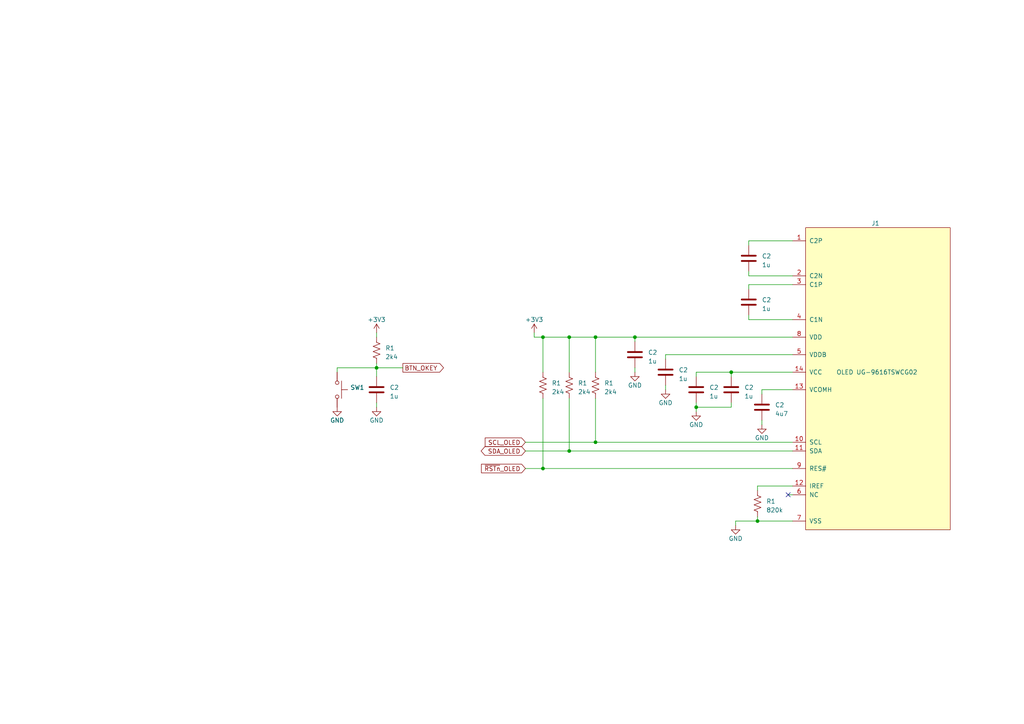
<source format=kicad_sch>
(kicad_sch (version 20230121) (generator eeschema)
  (paper "A4")
  (lib_symbols
    (symbol "Device:C" (pin_numbers hide) (pin_names (offset 0.254))
      (property "Reference" "C" (at 0.635 2.54 0))
      (property "Value" "C" (at 0.635 -2.54 0))
      (symbol "C_0_1"
        (polyline (pts (xy -2.032 -0.762) (xy 2.032 -0.762)) (stroke (width 0.508)))
        (polyline (pts (xy -2.032 0.762) (xy 2.032 0.762)) (stroke (width 0.508)))
      )
      (symbol "C_1_1"
        (pin passive line (at 0 3.81 270) (length 2.794) (name "~") (number "1"))
        (pin passive line (at 0 -3.81 90) (length 2.794) (name "~") (number "2"))
      )
    )
    (symbol "Device:R_US" (pin_numbers hide) (pin_names (offset 0))
      (property "Reference" "R" (at 2.54 0 90))
      (property "Value" "R_US" (at -2.54 0 90))
      (symbol "R_US_0_1"
        (polyline (pts (xy 0 -2.286) (xy 0 -2.54)))
        (polyline (pts (xy 0 2.286) (xy 0 2.54)))
        (polyline (pts (xy 0 -0.762) (xy 1.016 -1.143) (xy 0 -1.524) (xy -1.016 -1.905) (xy 0 -2.286)))
        (polyline (pts (xy 0 0.762) (xy 1.016 0.381) (xy 0 0) (xy -1.016 -0.381) (xy 0 -0.762)))
        (polyline (pts (xy 0 2.286) (xy 1.016 1.905) (xy 0 1.524) (xy -1.016 1.143) (xy 0 0.762)))
      )
      (symbol "R_US_1_1"
        (pin passive line (at 0 3.81 270) (length 1.27) (name "~") (number "1"))
        (pin passive line (at 0 -3.81 90) (length 1.27) (name "~") (number "2"))
      )
    )
    (symbol "Switch:SW_Push" (pin_numbers hide) (pin_names (offset 1.016) hide)
      (property "Reference" "SW" (at 1.27 2.54 0))
      (property "Value" "SW_Push" (at 0 -1.524 0))
      (symbol "SW_Push_0_1"
        (circle (center -2.032 0) (radius 0.508))
        (polyline (pts (xy 0 1.27) (xy 0 3.048)))
        (polyline (pts (xy 2.54 1.27) (xy -2.54 1.27)))
        (circle (center 2.032 0) (radius 0.508))
        (pin passive line (at -5.08 0 0) (length 2.54) (name "1") (number "1"))
        (pin passive line (at 5.08 0 180) (length 2.54) (name "2") (number "2"))
      )
    )
    (symbol "Symbols:Screen Connector" (pin_names (offset 1.016))
      (property "Reference" "J" (at 0 44.45 0))
      (property "Value" "OLED UG-9616TSWCG02" (at 0 2.54 90))
      (symbol "Screen Connector_1_1"
        (rectangle (start -20.32 41.91) (end 21.59 -45.72) (fill (type background)))
        (pin passive line (at -24.13 38.1 0) (length 3.81) (name "C2P") (number "1"))
        (pin passive line (at -24.13 -20.32 0) (length 3.81) (name "SCL") (number "10"))
        (pin passive line (at -24.13 -22.86 0) (length 3.81) (name "SDA") (number "11"))
        (pin passive line (at -24.13 -33.02 0) (length 3.81) (name "IREF") (number "12"))
        (pin passive line (at -24.13 -5.08 0) (length 3.81) (name "VCOMH") (number "13"))
        (pin power_in line (at -24.13 0 0) (length 3.81) (name "VCC") (number "14"))
        (pin passive line (at -24.13 27.94 0) (length 3.81) (name "C2N") (number "2"))
        (pin passive line (at -24.13 25.4 0) (length 3.81) (name "C1P") (number "3"))
        (pin passive line (at -24.13 15.24 0) (length 3.81) (name "C1N") (number "4"))
        (pin power_in line (at -24.13 5.08 0) (length 3.81) (name "VDDB") (number "5"))
        (pin passive line (at -24.13 -35.56 0) (length 3.81) (name "NC") (number "6"))
        (pin power_in line (at -24.13 -43.18 0) (length 3.81) (name "VSS") (number "7"))
        (pin power_in line (at -24.13 10.16 0) (length 3.81) (name "VDD") (number "8"))
        (pin passive line (at -24.13 -27.94 0) (length 3.81) (name "RES#") (number "9"))
      )
    )
    (symbol "power:+3V3" (power) (pin_names (offset 0))
      (property "Value" "+3V3" (at 0 3.556 0))
      (symbol "+3V3_0_1"
        (polyline (pts (xy -0.762 1.27) (xy 0 2.54)))
        (polyline (pts (xy 0 0) (xy 0 2.54)))
        (polyline (pts (xy 0 2.54) (xy 0.762 1.27)))
      )
      (symbol "+3V3_1_1"
        (pin power_in line (at 0 0 90) (length 0) hide (name "+3V3") (number "1"))
      )
    )
    (symbol "power:GND" (power) (pin_names (offset 0))
      (property "Value" "GND" (at 0 -3.81 0))
      (symbol "GND_0_1"
        (polyline (pts (xy 0 0) (xy 0 -1.27) (xy 1.27 -1.27) (xy 0 -2.54) (xy -1.27 -1.27) (xy 0 -1.27)))
      )
      (symbol "GND_1_1"
        (pin power_in line (at 0 0 270) (length 0) hide (name "GND") (number "1"))
      )
    )
  )
  (junction (at 172.72 128.27))
  (junction (at 109.22 106.68))
  (junction (at 165.1 97.79))
  (junction (at 184.15 97.79))
  (junction (at 201.93 118.11))
  (junction (at 157.48 135.89))
  (junction (at 219.71 151.13))
  (junction (at 172.72 97.79))
  (junction (at 165.1 130.81))
  (junction (at 157.48 97.79))
  (junction (at 212.09 107.95))
  (no_connect (at 228.6 143.51))
  (wire (pts (xy 212.09 109.22) (xy 212.09 107.95)))
  (wire (pts (xy 201.93 118.11) (xy 201.93 119.38)))
  (wire (pts (xy 217.17 92.71) (xy 229.87 92.71)))
  (wire (pts (xy 213.36 151.13) (xy 219.71 151.13)))
  (wire (pts (xy 228.6 143.51) (xy 229.87 143.51)))
  (wire (pts (xy 109.22 106.68) (xy 97.79 106.68)))
  (wire (pts (xy 193.04 102.87) (xy 193.04 104.14)))
  (wire (pts (xy 172.72 97.79) (xy 172.72 107.95)))
  (wire (pts (xy 217.17 80.01) (xy 229.87 80.01)))
  (wire (pts (xy 213.36 152.4) (xy 213.36 151.13)))
  (wire (pts (xy 201.93 118.11) (xy 212.09 118.11)))
  (wire (pts (xy 152.4 128.27) (xy 172.72 128.27)))
  (wire (pts (xy 157.48 135.89) (xy 229.87 135.89)))
  (wire (pts (xy 154.94 97.79) (xy 157.48 97.79)))
  (wire (pts (xy 109.22 106.68) (xy 109.22 109.22)))
  (wire (pts (xy 220.98 121.92) (xy 220.98 123.19)))
  (wire (pts (xy 193.04 111.76) (xy 193.04 113.03)))
  (wire (pts (xy 217.17 69.85) (xy 217.17 71.12)))
  (wire (pts (xy 172.72 97.79) (xy 184.15 97.79)))
  (wire (pts (xy 154.94 96.52) (xy 154.94 97.79)))
  (wire (pts (xy 212.09 107.95) (xy 229.87 107.95)))
  (wire (pts (xy 229.87 69.85) (xy 217.17 69.85)))
  (wire (pts (xy 219.71 151.13) (xy 229.87 151.13)))
  (wire (pts (xy 219.71 149.86) (xy 219.71 151.13)))
  (wire (pts (xy 219.71 142.24) (xy 219.71 140.97)))
  (wire (pts (xy 219.71 140.97) (xy 229.87 140.97)))
  (wire (pts (xy 220.98 113.03) (xy 220.98 114.3)))
  (wire (pts (xy 109.22 116.84) (xy 109.22 118.11)))
  (wire (pts (xy 157.48 97.79) (xy 165.1 97.79)))
  (wire (pts (xy 184.15 106.68) (xy 184.15 107.95)))
  (wire (pts (xy 201.93 107.95) (xy 212.09 107.95)))
  (wire (pts (xy 109.22 106.68) (xy 116.84 106.68)))
  (wire (pts (xy 165.1 97.79) (xy 165.1 107.95)))
  (wire (pts (xy 217.17 82.55) (xy 217.17 83.82)))
  (wire (pts (xy 157.48 115.57) (xy 157.48 135.89)))
  (wire (pts (xy 229.87 82.55) (xy 217.17 82.55)))
  (wire (pts (xy 201.93 116.84) (xy 201.93 118.11)))
  (wire (pts (xy 229.87 130.81) (xy 165.1 130.81)))
  (wire (pts (xy 217.17 78.74) (xy 217.17 80.01)))
  (wire (pts (xy 184.15 97.79) (xy 229.87 97.79)))
  (wire (pts (xy 157.48 97.79) (xy 157.48 107.95)))
  (wire (pts (xy 152.4 130.81) (xy 165.1 130.81)))
  (wire (pts (xy 229.87 102.87) (xy 193.04 102.87)))
  (wire (pts (xy 97.79 106.68) (xy 97.79 107.95)))
  (wire (pts (xy 165.1 97.79) (xy 172.72 97.79)))
  (wire (pts (xy 109.22 105.41) (xy 109.22 106.68)))
  (wire (pts (xy 109.22 96.52) (xy 109.22 97.79)))
  (wire (pts (xy 172.72 128.27) (xy 229.87 128.27)))
  (wire (pts (xy 165.1 115.57) (xy 165.1 130.81)))
  (wire (pts (xy 220.98 113.03) (xy 229.87 113.03)))
  (wire (pts (xy 212.09 118.11) (xy 212.09 116.84)))
  (wire (pts (xy 217.17 91.44) (xy 217.17 92.71)))
  (wire (pts (xy 172.72 115.57) (xy 172.72 128.27)))
  (wire (pts (xy 152.4 135.89) (xy 157.48 135.89)))
  (wire (pts (xy 201.93 109.22) (xy 201.93 107.95)))
  (wire (pts (xy 184.15 97.79) (xy 184.15 99.06)))
  (global_label "BTN_OKEY" (shape output) (at 116.84 106.68 0) (property "Intersheetrefs" "${INTERSHEET_REFS}" (effects hide)))
  (global_label "~{RSTn}_OLED" (shape input) (at 152.4 135.89 180) (property "Intersheetrefs" "${INTERSHEET_REFS}" (effects hide)))
  (global_label "SDA_OLED" (shape bidirectional) (at 152.4 130.81 180) (property "Intersheetrefs" "${INTERSHEET_REFS}" (effects hide)))
  (global_label "SCL_OLED" (shape input) (at 152.4 128.27 180) (property "Intersheetrefs" "${INTERSHEET_REFS}" (effects hide)))
  (symbol (lib_id "Symbols:Screen Connector") (at 254 107.95 0) (unit 1)
    (property "Reference" "J1" (at 252.73 64.77 0) (effects (justify left)))
    (property "Value" "OLED UG-9616TSWCG02" (at 242.57 107.95 0) (effects (justify left)))
    (property "Footprint" "Footprints:UG-9616TSWCG02" (effects hide))
    (property "Datasheet" "https://datasheet.lcsc.com/lcsc/1810010328_UG-Univision-Semicon-UG-9616TSWCG02_C88335.pdf" (effects hide))
  )
  (symbol (lib_id "power:+3V3") (at 109.22 96.52 0) (unit 1)
    (property "Reference" "#PWR015" (effects hide))
    (property "Value" "+3V3" (at 109.22 92.71 0))
    (instances (project "HotPlate" (path "" (reference "#PWR015") (unit 1)) (path "" (reference "#PWR022") (unit 1))))
  )
  (symbol (lib_id "Device:C") (at 201.93 113.03 0) (unit 1)
    (property "Reference" "C2" (at 205.74 112.395 0) (effects (justify left)))
    (property "Value" "1u" (at 205.74 114.935 0) (effects (justify left)))
    (property "Footprint" "Capacitor_SMD:C_0603_1608Metric_Pad1.08x0.95mm_HandSolder" (effects hide))
    (instances (project "HotPlate" (path "" (reference "C2") (unit 1)) (path "" (reference "C17") (unit 1))))
  )
  (symbol (lib_id "Switch:SW_Push") (at 97.79 113.03 270) (unit 1)
    (property "Reference" "SW1" (at 101.6 112.395 90) (effects (justify left)))
    (property "Value" "SW_Push" (effects hide))
  )
  (symbol (lib_id "Device:C") (at 217.17 87.63 0) (unit 1)
    (property "Reference" "C2" (at 220.98 86.995 0) (effects (justify left)))
    (property "Value" "1u" (at 220.98 89.535 0) (effects (justify left)))
    (property "Footprint" "Capacitor_SMD:C_0603_1608Metric_Pad1.08x0.95mm_HandSolder" (effects hide))
    (instances (project "HotPlate" (path "" (reference "C2") (unit 1)) (path "" (reference "C14") (unit 1))))
  )
  (symbol (lib_id "power:GND") (at 97.79 118.11 0) (unit 1)
    (property "Reference" "#PWR013" (effects hide))
    (property "Value" "GND" (at 97.79 121.92 0))
    (instances (project "HotPlate" (path "" (reference "#PWR013") (unit 1)) (path "" (reference "#PWR030") (unit 1))))
  )
  (symbol (lib_id "power:GND") (at 213.36 152.4 0) (unit 1)
    (property "Reference" "#PWR013" (effects hide))
    (property "Value" "GND" (at 213.36 156.21 0))
    (instances (project "HotPlate" (path "" (reference "#PWR013") (unit 1)) (path "" (reference "#PWR023") (unit 1))))
  )
  (symbol (lib_id "Device:R_US") (at 165.1 111.76 0) (unit 1)
    (property "Reference" "R1" (at 167.64 111.125 0) (effects (justify left)))
    (property "Value" "2k4" (at 167.64 113.665 0) (effects (justify left)))
    (property "Footprint" "Resistor_SMD:R_0603_1608Metric_Pad0.98x0.95mm_HandSolder" (effects hide))
    (instances (project "HotPlate" (path "" (reference "R1") (unit 1)) (path "" (reference "R18") (unit 1))))
  )
  (symbol (lib_id "Device:R_US") (at 172.72 111.76 0) (unit 1)
    (property "Reference" "R1" (at 175.26 111.125 0) (effects (justify left)))
    (property "Value" "2k4" (at 175.26 113.665 0) (effects (justify left)))
    (property "Footprint" "Resistor_SMD:R_0603_1608Metric_Pad0.98x0.95mm_HandSolder" (effects hide))
    (instances (project "HotPlate" (path "" (reference "R1") (unit 1)) (path "" (reference "R17") (unit 1))))
  )
  (symbol (lib_id "power:+3V3") (at 154.94 96.52 0) (unit 1)
    (property "Reference" "#PWR015" (effects hide))
    (property "Value" "+3V3" (at 154.94 92.71 0))
    (instances (project "HotPlate" (path "" (reference "#PWR015") (unit 1)) (path "" (reference "#PWR024") (unit 1))))
  )
  (symbol (lib_id "power:GND") (at 220.98 123.19 0) (unit 1)
    (property "Reference" "#PWR013" (effects hide))
    (property "Value" "GND" (at 220.98 127 0))
    (instances (project "HotPlate" (path "" (reference "#PWR013") (unit 1)) (path "" (reference "#PWR027") (unit 1))))
  )
  (symbol (lib_id "power:GND") (at 201.93 119.38 0) (unit 1)
    (property "Reference" "#PWR013" (effects hide))
    (property "Value" "GND" (at 201.93 123.19 0))
    (instances (project "HotPlate" (path "" (reference "#PWR013") (unit 1)) (path "" (reference "#PWR026") (unit 1))))
  )
  (symbol (lib_id "power:GND") (at 193.04 113.03 0) (unit 1)
    (property "Reference" "#PWR013" (effects hide))
    (property "Value" "GND" (at 193.04 116.84 0))
    (instances (project "HotPlate" (path "" (reference "#PWR013") (unit 1)) (path "" (reference "#PWR028") (unit 1))))
  )
  (symbol (lib_id "Device:C") (at 193.04 107.95 0) (unit 1)
    (property "Reference" "C2" (at 196.85 107.315 0) (effects (justify left)))
    (property "Value" "1u" (at 196.85 109.855 0) (effects (justify left)))
    (property "Footprint" "Capacitor_SMD:C_0603_1608Metric_Pad1.08x0.95mm_HandSolder" (effects hide))
    (instances (project "HotPlate" (path "" (reference "C2") (unit 1)) (path "" (reference "C16") (unit 1))))
  )
  (symbol (lib_id "Device:C") (at 212.09 113.03 0) (unit 1)
    (property "Reference" "C2" (at 215.9 112.395 0) (effects (justify left)))
    (property "Value" "1u" (at 215.9 114.935 0) (effects (justify left)))
    (property "Footprint" "Capacitor_SMD:C_0603_1608Metric_Pad1.08x0.95mm_HandSolder" (effects hide))
    (instances (project "HotPlate" (path "" (reference "C2") (unit 1)) (path "" (reference "C12") (unit 1))))
  )
  (symbol (lib_id "power:GND") (at 184.15 107.95 0) (unit 1)
    (property "Reference" "#PWR013" (effects hide))
    (property "Value" "GND" (at 184.15 111.76 0))
    (instances (project "HotPlate" (path "" (reference "#PWR013") (unit 1)) (path "" (reference "#PWR025") (unit 1))))
  )
  (symbol (lib_id "Device:R_US") (at 109.22 101.6 0) (unit 1)
    (property "Reference" "R1" (at 111.76 100.965 0) (effects (justify left)))
    (property "Value" "2k4" (at 111.76 103.505 0) (effects (justify left)))
    (property "Footprint" "Resistor_SMD:R_0603_1608Metric_Pad0.98x0.95mm_HandSolder" (effects hide))
    (instances (project "HotPlate" (path "" (reference "R1") (unit 1)) (path "" (reference "R21") (unit 1))))
  )
  (symbol (lib_id "Device:R_US") (at 219.71 146.05 0) (unit 1)
    (property "Reference" "R1" (at 222.25 145.415 0) (effects (justify left)))
    (property "Value" "820k" (at 222.25 147.955 0) (effects (justify left)))
    (property "Footprint" "Resistor_SMD:R_0603_1608Metric_Pad0.98x0.95mm_HandSolder" (effects hide))
    (instances (project "HotPlate" (path "" (reference "R1") (unit 1)) (path "" (reference "R20") (unit 1))))
  )
  (symbol (lib_id "Device:C") (at 217.17 74.93 0) (unit 1)
    (property "Reference" "C2" (at 220.98 74.295 0) (effects (justify left)))
    (property "Value" "1u" (at 220.98 76.835 0) (effects (justify left)))
    (property "Footprint" "Capacitor_SMD:C_0603_1608Metric_Pad1.08x0.95mm_HandSolder" (effects hide))
    (instances (project "HotPlate" (path "" (reference "C2") (unit 1)) (path "" (reference "C13") (unit 1))))
  )
  (symbol (lib_id "Device:C") (at 109.22 113.03 0) (unit 1)
    (property "Reference" "C2" (at 113.03 112.395 0) (effects (justify left)))
    (property "Value" "1u" (at 113.03 114.935 0) (effects (justify left)))
    (property "Footprint" "Capacitor_SMD:C_0603_1608Metric_Pad1.08x0.95mm_HandSolder" (effects hide))
    (instances (project "HotPlate" (path "" (reference "C2") (unit 1)) (path "" (reference "C10") (unit 1))))
  )
  (symbol (lib_id "Device:R_US") (at 157.48 111.76 0) (unit 1)
    (property "Reference" "R1" (at 160.02 111.125 0) (effects (justify left)))
    (property "Value" "2k4" (at 160.02 113.665 0) (effects (justify left)))
    (property "Footprint" "Resistor_SMD:R_0603_1608Metric_Pad0.98x0.95mm_HandSolder" (effects hide))
    (instances (project "HotPlate" (path "" (reference "R1") (unit 1)) (path "" (reference "R19") (unit 1))))
  )
  (symbol (lib_id "power:GND") (at 109.22 118.11 0) (unit 1)
    (property "Reference" "#PWR013" (effects hide))
    (property "Value" "GND" (at 109.22 121.92 0))
    (instances (project "HotPlate" (path "" (reference "#PWR013") (unit 1)) (path "" (reference "#PWR029") (unit 1))))
  )
  (symbol (lib_id "Device:C") (at 220.98 118.11 0) (unit 1)
    (property "Reference" "C2" (at 224.79 117.475 0) (effects (justify left)))
    (property "Value" "4u7" (at 224.79 120.015 0) (effects (justify left)))
    (property "Footprint" "Capacitor_SMD:C_0603_1608Metric_Pad1.08x0.95mm_HandSolder" (effects hide))
    (instances (project "HotPlate" (path "" (reference "C2") (unit 1)) (path "" (reference "C11") (unit 1))))
  )
  (symbol (lib_id "Device:C") (at 184.15 102.87 0) (unit 1)
    (property "Reference" "C2" (at 187.96 102.235 0) (effects (justify left)))
    (property "Value" "1u" (at 187.96 104.775 0) (effects (justify left)))
    (property "Footprint" "Capacitor_SMD:C_0603_1608Metric_Pad1.08x0.95mm_HandSolder" (effects hide))
    (instances (project "HotPlate" (path "" (reference "C2") (unit 1)) (path "" (reference "C15") (unit 1))))
  )
)
</source>
